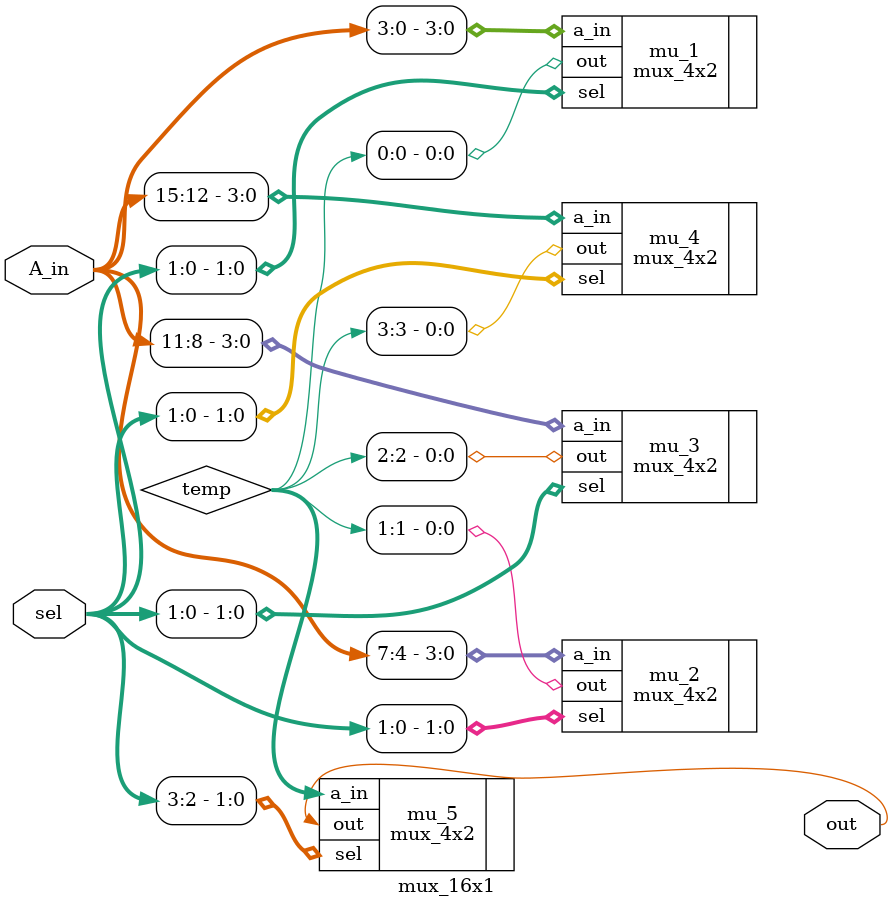
<source format=v>
/*
@source : https://www.youtube.com/watch?v=uLqIHN-0Kao&list=PLJ5C_6qdAvBELELTSPgzYkQg3HgclQh-5&index=10

##. Structural level implementation of 16x1 mux;
	- It can be implemented by breaking the design into 5 4x2 mux

*/

module mux_16x1 #(parameter DATA_WIDTH=16, SEL_WIDTH=4)(
			input [DATA_WIDTH-1:0] A_in,
			input [SEL_WIDTH-1:0] sel,
			output out
		);

	wire [3:0] temp;

	mux_4x2 #(.DATA_WIDTH(4),.SEL_WIDTH(2)) mu_1(.a_in(A_in[3:0]), .sel(sel[1:0]), .out(temp[0])); // STAGE-1;	
	mux_4x2 #(.DATA_WIDTH(4),.SEL_WIDTH(2)) mu_2(.a_in(A_in[7:4]), .sel(sel[1:0]), .out(temp[1])); // STAGE-2;
	mux_4x2 #(.DATA_WIDTH(4),.SEL_WIDTH(2)) mu_3(.a_in(A_in[11:8]), .sel(sel[1:0]), .out(temp[2])); // STAGE-3;
	mux_4x2 #(.DATA_WIDTH(4),.SEL_WIDTH(2)) mu_4(.a_in(A_in[15:12]), .sel(sel[1:0]), .out(temp[3])); // STAGE-4;
	mux_4x2 #(.DATA_WIDTH(4),.SEL_WIDTH(2)) mu_5(.a_in(temp), .sel(sel[3:2]), .out(out)); // STAGE-4;

endmodule
</source>
